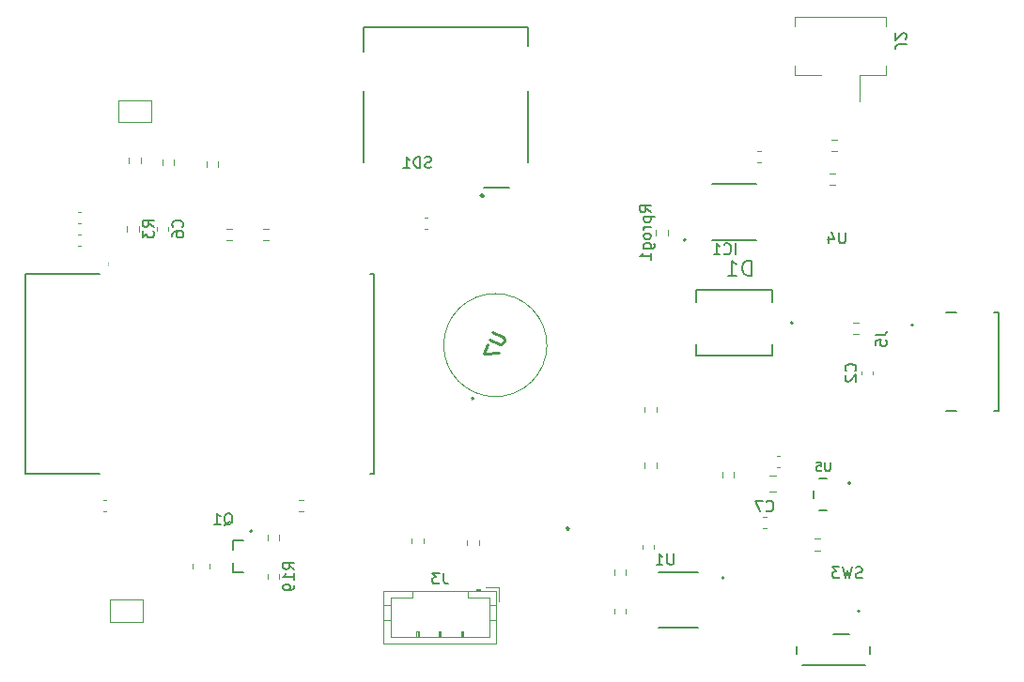
<source format=gbr>
%TF.GenerationSoftware,KiCad,Pcbnew,8.0.7*%
%TF.CreationDate,2025-04-23T11:54:05+05:30*%
%TF.ProjectId,schem,73636865-6d2e-46b6-9963-61645f706362,rev?*%
%TF.SameCoordinates,Original*%
%TF.FileFunction,Legend,Bot*%
%TF.FilePolarity,Positive*%
%FSLAX46Y46*%
G04 Gerber Fmt 4.6, Leading zero omitted, Abs format (unit mm)*
G04 Created by KiCad (PCBNEW 8.0.7) date 2025-04-23 11:54:05*
%MOMM*%
%LPD*%
G01*
G04 APERTURE LIST*
%ADD10C,0.150000*%
%ADD11C,0.254000*%
%ADD12C,0.203200*%
%ADD13C,0.200000*%
%ADD14C,0.127000*%
%ADD15C,0.100000*%
%ADD16C,0.120000*%
G04 APERTURE END LIST*
D10*
X128725704Y-92461800D02*
X128582847Y-92509419D01*
X128582847Y-92509419D02*
X128344752Y-92509419D01*
X128344752Y-92509419D02*
X128249514Y-92461800D01*
X128249514Y-92461800D02*
X128201895Y-92414180D01*
X128201895Y-92414180D02*
X128154276Y-92318942D01*
X128154276Y-92318942D02*
X128154276Y-92223704D01*
X128154276Y-92223704D02*
X128201895Y-92128466D01*
X128201895Y-92128466D02*
X128249514Y-92080847D01*
X128249514Y-92080847D02*
X128344752Y-92033228D01*
X128344752Y-92033228D02*
X128535228Y-91985609D01*
X128535228Y-91985609D02*
X128630466Y-91937990D01*
X128630466Y-91937990D02*
X128678085Y-91890371D01*
X128678085Y-91890371D02*
X128725704Y-91795133D01*
X128725704Y-91795133D02*
X128725704Y-91699895D01*
X128725704Y-91699895D02*
X128678085Y-91604657D01*
X128678085Y-91604657D02*
X128630466Y-91557038D01*
X128630466Y-91557038D02*
X128535228Y-91509419D01*
X128535228Y-91509419D02*
X128297133Y-91509419D01*
X128297133Y-91509419D02*
X128154276Y-91557038D01*
X127725704Y-92509419D02*
X127725704Y-91509419D01*
X127725704Y-91509419D02*
X127487609Y-91509419D01*
X127487609Y-91509419D02*
X127344752Y-91557038D01*
X127344752Y-91557038D02*
X127249514Y-91652276D01*
X127249514Y-91652276D02*
X127201895Y-91747514D01*
X127201895Y-91747514D02*
X127154276Y-91937990D01*
X127154276Y-91937990D02*
X127154276Y-92080847D01*
X127154276Y-92080847D02*
X127201895Y-92271323D01*
X127201895Y-92271323D02*
X127249514Y-92366561D01*
X127249514Y-92366561D02*
X127344752Y-92461800D01*
X127344752Y-92461800D02*
X127487609Y-92509419D01*
X127487609Y-92509419D02*
X127725704Y-92509419D01*
X126201895Y-92509419D02*
X126773323Y-92509419D01*
X126487609Y-92509419D02*
X126487609Y-91509419D01*
X126487609Y-91509419D02*
X126582847Y-91652276D01*
X126582847Y-91652276D02*
X126678085Y-91747514D01*
X126678085Y-91747514D02*
X126773323Y-91795133D01*
X168792317Y-107591665D02*
X169506602Y-107591665D01*
X169506602Y-107591665D02*
X169649459Y-107544046D01*
X169649459Y-107544046D02*
X169744698Y-107448808D01*
X169744698Y-107448808D02*
X169792317Y-107305951D01*
X169792317Y-107305951D02*
X169792317Y-107210713D01*
X168792317Y-108544046D02*
X168792317Y-108067856D01*
X168792317Y-108067856D02*
X169268507Y-108020237D01*
X169268507Y-108020237D02*
X169220888Y-108067856D01*
X169220888Y-108067856D02*
X169173269Y-108163094D01*
X169173269Y-108163094D02*
X169173269Y-108401189D01*
X169173269Y-108401189D02*
X169220888Y-108496427D01*
X169220888Y-108496427D02*
X169268507Y-108544046D01*
X169268507Y-108544046D02*
X169363745Y-108591665D01*
X169363745Y-108591665D02*
X169601840Y-108591665D01*
X169601840Y-108591665D02*
X169697078Y-108544046D01*
X169697078Y-108544046D02*
X169744698Y-108496427D01*
X169744698Y-108496427D02*
X169792317Y-108401189D01*
X169792317Y-108401189D02*
X169792317Y-108163094D01*
X169792317Y-108163094D02*
X169744698Y-108067856D01*
X169744698Y-108067856D02*
X169697078Y-108020237D01*
X167558332Y-129482200D02*
X167415475Y-129529819D01*
X167415475Y-129529819D02*
X167177380Y-129529819D01*
X167177380Y-129529819D02*
X167082142Y-129482200D01*
X167082142Y-129482200D02*
X167034523Y-129434580D01*
X167034523Y-129434580D02*
X166986904Y-129339342D01*
X166986904Y-129339342D02*
X166986904Y-129244104D01*
X166986904Y-129244104D02*
X167034523Y-129148866D01*
X167034523Y-129148866D02*
X167082142Y-129101247D01*
X167082142Y-129101247D02*
X167177380Y-129053628D01*
X167177380Y-129053628D02*
X167367856Y-129006009D01*
X167367856Y-129006009D02*
X167463094Y-128958390D01*
X167463094Y-128958390D02*
X167510713Y-128910771D01*
X167510713Y-128910771D02*
X167558332Y-128815533D01*
X167558332Y-128815533D02*
X167558332Y-128720295D01*
X167558332Y-128720295D02*
X167510713Y-128625057D01*
X167510713Y-128625057D02*
X167463094Y-128577438D01*
X167463094Y-128577438D02*
X167367856Y-128529819D01*
X167367856Y-128529819D02*
X167129761Y-128529819D01*
X167129761Y-128529819D02*
X166986904Y-128577438D01*
X166653570Y-128529819D02*
X166415475Y-129529819D01*
X166415475Y-129529819D02*
X166224999Y-128815533D01*
X166224999Y-128815533D02*
X166034523Y-129529819D01*
X166034523Y-129529819D02*
X165796428Y-128529819D01*
X165510713Y-128529819D02*
X164891666Y-128529819D01*
X164891666Y-128529819D02*
X165224999Y-128910771D01*
X165224999Y-128910771D02*
X165082142Y-128910771D01*
X165082142Y-128910771D02*
X164986904Y-128958390D01*
X164986904Y-128958390D02*
X164939285Y-129006009D01*
X164939285Y-129006009D02*
X164891666Y-129101247D01*
X164891666Y-129101247D02*
X164891666Y-129339342D01*
X164891666Y-129339342D02*
X164939285Y-129434580D01*
X164939285Y-129434580D02*
X164986904Y-129482200D01*
X164986904Y-129482200D02*
X165082142Y-129529819D01*
X165082142Y-129529819D02*
X165367856Y-129529819D01*
X165367856Y-129529819D02*
X165463094Y-129482200D01*
X165463094Y-129482200D02*
X165510713Y-129434580D01*
X164669523Y-119054295D02*
X164669523Y-119701914D01*
X164669523Y-119701914D02*
X164631428Y-119778104D01*
X164631428Y-119778104D02*
X164593333Y-119816200D01*
X164593333Y-119816200D02*
X164517142Y-119854295D01*
X164517142Y-119854295D02*
X164364761Y-119854295D01*
X164364761Y-119854295D02*
X164288571Y-119816200D01*
X164288571Y-119816200D02*
X164250476Y-119778104D01*
X164250476Y-119778104D02*
X164212380Y-119701914D01*
X164212380Y-119701914D02*
X164212380Y-119054295D01*
X163450476Y-119054295D02*
X163831428Y-119054295D01*
X163831428Y-119054295D02*
X163869524Y-119435247D01*
X163869524Y-119435247D02*
X163831428Y-119397152D01*
X163831428Y-119397152D02*
X163755238Y-119359057D01*
X163755238Y-119359057D02*
X163564762Y-119359057D01*
X163564762Y-119359057D02*
X163488571Y-119397152D01*
X163488571Y-119397152D02*
X163450476Y-119435247D01*
X163450476Y-119435247D02*
X163412381Y-119511438D01*
X163412381Y-119511438D02*
X163412381Y-119701914D01*
X163412381Y-119701914D02*
X163450476Y-119778104D01*
X163450476Y-119778104D02*
X163488571Y-119816200D01*
X163488571Y-119816200D02*
X163564762Y-119854295D01*
X163564762Y-119854295D02*
X163755238Y-119854295D01*
X163755238Y-119854295D02*
X163831428Y-119816200D01*
X163831428Y-119816200D02*
X163869524Y-119778104D01*
X171550915Y-81323767D02*
X170836738Y-81336233D01*
X170836738Y-81336233D02*
X170694734Y-81386338D01*
X170694734Y-81386338D02*
X170601172Y-81483224D01*
X170601172Y-81483224D02*
X170556054Y-81626891D01*
X170556054Y-81626891D02*
X170557716Y-81722114D01*
X171448212Y-80896923D02*
X171494992Y-80848480D01*
X171494992Y-80848480D02*
X171540942Y-80752426D01*
X171540942Y-80752426D02*
X171536787Y-80514367D01*
X171536787Y-80514367D02*
X171487513Y-80419974D01*
X171487513Y-80419974D02*
X171439070Y-80373193D01*
X171439070Y-80373193D02*
X171343015Y-80327244D01*
X171343015Y-80327244D02*
X171247792Y-80328906D01*
X171247792Y-80328906D02*
X171105787Y-80379011D01*
X171105787Y-80379011D02*
X170544419Y-80960325D01*
X170544419Y-80960325D02*
X170533615Y-80341372D01*
D11*
X134237730Y-107337503D02*
X135184097Y-107739212D01*
X135184097Y-107739212D02*
X135271804Y-107842140D01*
X135271804Y-107842140D02*
X135303843Y-107921439D01*
X135303843Y-107921439D02*
X135312251Y-108056406D01*
X135312251Y-108056406D02*
X135217732Y-108279080D01*
X135217732Y-108279080D02*
X135114803Y-108366788D01*
X135114803Y-108366788D02*
X135035505Y-108398827D01*
X135035505Y-108398827D02*
X134900537Y-108407235D01*
X134900537Y-108407235D02*
X133954171Y-108005526D01*
X133765131Y-108450875D02*
X133434312Y-109230236D01*
X133434312Y-109230236D02*
X134816023Y-109225447D01*
D10*
X150586904Y-127319819D02*
X150586904Y-128129342D01*
X150586904Y-128129342D02*
X150539285Y-128224580D01*
X150539285Y-128224580D02*
X150491666Y-128272200D01*
X150491666Y-128272200D02*
X150396428Y-128319819D01*
X150396428Y-128319819D02*
X150205952Y-128319819D01*
X150205952Y-128319819D02*
X150110714Y-128272200D01*
X150110714Y-128272200D02*
X150063095Y-128224580D01*
X150063095Y-128224580D02*
X150015476Y-128129342D01*
X150015476Y-128129342D02*
X150015476Y-127319819D01*
X149015476Y-128319819D02*
X149586904Y-128319819D01*
X149301190Y-128319819D02*
X149301190Y-127319819D01*
X149301190Y-127319819D02*
X149396428Y-127462676D01*
X149396428Y-127462676D02*
X149491666Y-127557914D01*
X149491666Y-127557914D02*
X149586904Y-127605533D01*
X158941666Y-123429580D02*
X158989285Y-123477200D01*
X158989285Y-123477200D02*
X159132142Y-123524819D01*
X159132142Y-123524819D02*
X159227380Y-123524819D01*
X159227380Y-123524819D02*
X159370237Y-123477200D01*
X159370237Y-123477200D02*
X159465475Y-123381961D01*
X159465475Y-123381961D02*
X159513094Y-123286723D01*
X159513094Y-123286723D02*
X159560713Y-123096247D01*
X159560713Y-123096247D02*
X159560713Y-122953390D01*
X159560713Y-122953390D02*
X159513094Y-122762914D01*
X159513094Y-122762914D02*
X159465475Y-122667676D01*
X159465475Y-122667676D02*
X159370237Y-122572438D01*
X159370237Y-122572438D02*
X159227380Y-122524819D01*
X159227380Y-122524819D02*
X159132142Y-122524819D01*
X159132142Y-122524819D02*
X158989285Y-122572438D01*
X158989285Y-122572438D02*
X158941666Y-122620057D01*
X158608332Y-122524819D02*
X157941666Y-122524819D01*
X157941666Y-122524819D02*
X158370237Y-123524819D01*
X166929582Y-110833327D02*
X166977202Y-110785708D01*
X166977202Y-110785708D02*
X167024821Y-110642851D01*
X167024821Y-110642851D02*
X167024821Y-110547613D01*
X167024821Y-110547613D02*
X166977202Y-110404756D01*
X166977202Y-110404756D02*
X166881963Y-110309518D01*
X166881963Y-110309518D02*
X166786725Y-110261899D01*
X166786725Y-110261899D02*
X166596249Y-110214280D01*
X166596249Y-110214280D02*
X166453392Y-110214280D01*
X166453392Y-110214280D02*
X166262916Y-110261899D01*
X166262916Y-110261899D02*
X166167678Y-110309518D01*
X166167678Y-110309518D02*
X166072440Y-110404756D01*
X166072440Y-110404756D02*
X166024821Y-110547613D01*
X166024821Y-110547613D02*
X166024821Y-110642851D01*
X166024821Y-110642851D02*
X166072440Y-110785708D01*
X166072440Y-110785708D02*
X166120059Y-110833327D01*
X166120059Y-111214280D02*
X166072440Y-111261899D01*
X166072440Y-111261899D02*
X166024821Y-111357137D01*
X166024821Y-111357137D02*
X166024821Y-111595232D01*
X166024821Y-111595232D02*
X166072440Y-111690470D01*
X166072440Y-111690470D02*
X166120059Y-111738089D01*
X166120059Y-111738089D02*
X166215297Y-111785708D01*
X166215297Y-111785708D02*
X166310535Y-111785708D01*
X166310535Y-111785708D02*
X166453392Y-111738089D01*
X166453392Y-111738089D02*
X167024821Y-111166661D01*
X167024821Y-111166661D02*
X167024821Y-111785708D01*
X156181192Y-100316812D02*
X156181192Y-99316812D01*
X155133574Y-100221573D02*
X155181193Y-100269193D01*
X155181193Y-100269193D02*
X155324050Y-100316812D01*
X155324050Y-100316812D02*
X155419288Y-100316812D01*
X155419288Y-100316812D02*
X155562145Y-100269193D01*
X155562145Y-100269193D02*
X155657383Y-100173954D01*
X155657383Y-100173954D02*
X155705002Y-100078716D01*
X155705002Y-100078716D02*
X155752621Y-99888240D01*
X155752621Y-99888240D02*
X155752621Y-99745383D01*
X155752621Y-99745383D02*
X155705002Y-99554907D01*
X155705002Y-99554907D02*
X155657383Y-99459669D01*
X155657383Y-99459669D02*
X155562145Y-99364431D01*
X155562145Y-99364431D02*
X155419288Y-99316812D01*
X155419288Y-99316812D02*
X155324050Y-99316812D01*
X155324050Y-99316812D02*
X155181193Y-99364431D01*
X155181193Y-99364431D02*
X155133574Y-99412050D01*
X154181193Y-100316812D02*
X154752621Y-100316812D01*
X154466907Y-100316812D02*
X154466907Y-99316812D01*
X154466907Y-99316812D02*
X154562145Y-99459669D01*
X154562145Y-99459669D02*
X154657383Y-99554907D01*
X154657383Y-99554907D02*
X154752621Y-99602526D01*
X110070238Y-124765057D02*
X110165476Y-124717438D01*
X110165476Y-124717438D02*
X110260714Y-124622200D01*
X110260714Y-124622200D02*
X110403571Y-124479342D01*
X110403571Y-124479342D02*
X110498809Y-124431723D01*
X110498809Y-124431723D02*
X110594047Y-124431723D01*
X110546428Y-124669819D02*
X110641666Y-124622200D01*
X110641666Y-124622200D02*
X110736904Y-124526961D01*
X110736904Y-124526961D02*
X110784523Y-124336485D01*
X110784523Y-124336485D02*
X110784523Y-124003152D01*
X110784523Y-124003152D02*
X110736904Y-123812676D01*
X110736904Y-123812676D02*
X110641666Y-123717438D01*
X110641666Y-123717438D02*
X110546428Y-123669819D01*
X110546428Y-123669819D02*
X110355952Y-123669819D01*
X110355952Y-123669819D02*
X110260714Y-123717438D01*
X110260714Y-123717438D02*
X110165476Y-123812676D01*
X110165476Y-123812676D02*
X110117857Y-124003152D01*
X110117857Y-124003152D02*
X110117857Y-124336485D01*
X110117857Y-124336485D02*
X110165476Y-124526961D01*
X110165476Y-124526961D02*
X110260714Y-124622200D01*
X110260714Y-124622200D02*
X110355952Y-124669819D01*
X110355952Y-124669819D02*
X110546428Y-124669819D01*
X109165476Y-124669819D02*
X109736904Y-124669819D01*
X109451190Y-124669819D02*
X109451190Y-123669819D01*
X109451190Y-123669819D02*
X109546428Y-123812676D01*
X109546428Y-123812676D02*
X109641666Y-123907914D01*
X109641666Y-123907914D02*
X109736904Y-123955533D01*
X116384817Y-128732136D02*
X115908626Y-128398803D01*
X116384817Y-128160708D02*
X115384817Y-128160708D01*
X115384817Y-128160708D02*
X115384817Y-128541660D01*
X115384817Y-128541660D02*
X115432436Y-128636898D01*
X115432436Y-128636898D02*
X115480055Y-128684517D01*
X115480055Y-128684517D02*
X115575293Y-128732136D01*
X115575293Y-128732136D02*
X115718150Y-128732136D01*
X115718150Y-128732136D02*
X115813388Y-128684517D01*
X115813388Y-128684517D02*
X115861007Y-128636898D01*
X115861007Y-128636898D02*
X115908626Y-128541660D01*
X115908626Y-128541660D02*
X115908626Y-128160708D01*
X116384817Y-129684517D02*
X116384817Y-129113089D01*
X116384817Y-129398803D02*
X115384817Y-129398803D01*
X115384817Y-129398803D02*
X115527674Y-129303565D01*
X115527674Y-129303565D02*
X115622912Y-129208327D01*
X115622912Y-129208327D02*
X115670531Y-129113089D01*
X116384817Y-130160708D02*
X116384817Y-130351184D01*
X116384817Y-130351184D02*
X116337198Y-130446422D01*
X116337198Y-130446422D02*
X116289578Y-130494041D01*
X116289578Y-130494041D02*
X116146721Y-130589279D01*
X116146721Y-130589279D02*
X115956245Y-130636898D01*
X115956245Y-130636898D02*
X115575293Y-130636898D01*
X115575293Y-130636898D02*
X115480055Y-130589279D01*
X115480055Y-130589279D02*
X115432436Y-130541660D01*
X115432436Y-130541660D02*
X115384817Y-130446422D01*
X115384817Y-130446422D02*
X115384817Y-130255946D01*
X115384817Y-130255946D02*
X115432436Y-130160708D01*
X115432436Y-130160708D02*
X115480055Y-130113089D01*
X115480055Y-130113089D02*
X115575293Y-130065470D01*
X115575293Y-130065470D02*
X115813388Y-130065470D01*
X115813388Y-130065470D02*
X115908626Y-130113089D01*
X115908626Y-130113089D02*
X115956245Y-130160708D01*
X115956245Y-130160708D02*
X116003864Y-130255946D01*
X116003864Y-130255946D02*
X116003864Y-130446422D01*
X116003864Y-130446422D02*
X115956245Y-130541660D01*
X115956245Y-130541660D02*
X115908626Y-130589279D01*
X115908626Y-130589279D02*
X115813388Y-130636898D01*
X148524821Y-96491660D02*
X148048630Y-96158327D01*
X148524821Y-95920232D02*
X147524821Y-95920232D01*
X147524821Y-95920232D02*
X147524821Y-96301184D01*
X147524821Y-96301184D02*
X147572440Y-96396422D01*
X147572440Y-96396422D02*
X147620059Y-96444041D01*
X147620059Y-96444041D02*
X147715297Y-96491660D01*
X147715297Y-96491660D02*
X147858154Y-96491660D01*
X147858154Y-96491660D02*
X147953392Y-96444041D01*
X147953392Y-96444041D02*
X148001011Y-96396422D01*
X148001011Y-96396422D02*
X148048630Y-96301184D01*
X148048630Y-96301184D02*
X148048630Y-95920232D01*
X147858154Y-96920232D02*
X148858154Y-96920232D01*
X147905773Y-96920232D02*
X147858154Y-97015470D01*
X147858154Y-97015470D02*
X147858154Y-97205946D01*
X147858154Y-97205946D02*
X147905773Y-97301184D01*
X147905773Y-97301184D02*
X147953392Y-97348803D01*
X147953392Y-97348803D02*
X148048630Y-97396422D01*
X148048630Y-97396422D02*
X148334344Y-97396422D01*
X148334344Y-97396422D02*
X148429582Y-97348803D01*
X148429582Y-97348803D02*
X148477202Y-97301184D01*
X148477202Y-97301184D02*
X148524821Y-97205946D01*
X148524821Y-97205946D02*
X148524821Y-97015470D01*
X148524821Y-97015470D02*
X148477202Y-96920232D01*
X148524821Y-97824994D02*
X147858154Y-97824994D01*
X148048630Y-97824994D02*
X147953392Y-97872613D01*
X147953392Y-97872613D02*
X147905773Y-97920232D01*
X147905773Y-97920232D02*
X147858154Y-98015470D01*
X147858154Y-98015470D02*
X147858154Y-98110708D01*
X148524821Y-98586899D02*
X148477202Y-98491661D01*
X148477202Y-98491661D02*
X148429582Y-98444042D01*
X148429582Y-98444042D02*
X148334344Y-98396423D01*
X148334344Y-98396423D02*
X148048630Y-98396423D01*
X148048630Y-98396423D02*
X147953392Y-98444042D01*
X147953392Y-98444042D02*
X147905773Y-98491661D01*
X147905773Y-98491661D02*
X147858154Y-98586899D01*
X147858154Y-98586899D02*
X147858154Y-98729756D01*
X147858154Y-98729756D02*
X147905773Y-98824994D01*
X147905773Y-98824994D02*
X147953392Y-98872613D01*
X147953392Y-98872613D02*
X148048630Y-98920232D01*
X148048630Y-98920232D02*
X148334344Y-98920232D01*
X148334344Y-98920232D02*
X148429582Y-98872613D01*
X148429582Y-98872613D02*
X148477202Y-98824994D01*
X148477202Y-98824994D02*
X148524821Y-98729756D01*
X148524821Y-98729756D02*
X148524821Y-98586899D01*
X147858154Y-99777375D02*
X148667678Y-99777375D01*
X148667678Y-99777375D02*
X148762916Y-99729756D01*
X148762916Y-99729756D02*
X148810535Y-99682137D01*
X148810535Y-99682137D02*
X148858154Y-99586899D01*
X148858154Y-99586899D02*
X148858154Y-99444042D01*
X148858154Y-99444042D02*
X148810535Y-99348804D01*
X148477202Y-99777375D02*
X148524821Y-99682137D01*
X148524821Y-99682137D02*
X148524821Y-99491661D01*
X148524821Y-99491661D02*
X148477202Y-99396423D01*
X148477202Y-99396423D02*
X148429582Y-99348804D01*
X148429582Y-99348804D02*
X148334344Y-99301185D01*
X148334344Y-99301185D02*
X148048630Y-99301185D01*
X148048630Y-99301185D02*
X147953392Y-99348804D01*
X147953392Y-99348804D02*
X147905773Y-99396423D01*
X147905773Y-99396423D02*
X147858154Y-99491661D01*
X147858154Y-99491661D02*
X147858154Y-99682137D01*
X147858154Y-99682137D02*
X147905773Y-99777375D01*
X148524821Y-100777375D02*
X148524821Y-100205947D01*
X148524821Y-100491661D02*
X147524821Y-100491661D01*
X147524821Y-100491661D02*
X147667678Y-100396423D01*
X147667678Y-100396423D02*
X147762916Y-100301185D01*
X147762916Y-100301185D02*
X147810535Y-100205947D01*
X106289578Y-97833327D02*
X106337198Y-97785708D01*
X106337198Y-97785708D02*
X106384817Y-97642851D01*
X106384817Y-97642851D02*
X106384817Y-97547613D01*
X106384817Y-97547613D02*
X106337198Y-97404756D01*
X106337198Y-97404756D02*
X106241959Y-97309518D01*
X106241959Y-97309518D02*
X106146721Y-97261899D01*
X106146721Y-97261899D02*
X105956245Y-97214280D01*
X105956245Y-97214280D02*
X105813388Y-97214280D01*
X105813388Y-97214280D02*
X105622912Y-97261899D01*
X105622912Y-97261899D02*
X105527674Y-97309518D01*
X105527674Y-97309518D02*
X105432436Y-97404756D01*
X105432436Y-97404756D02*
X105384817Y-97547613D01*
X105384817Y-97547613D02*
X105384817Y-97642851D01*
X105384817Y-97642851D02*
X105432436Y-97785708D01*
X105432436Y-97785708D02*
X105480055Y-97833327D01*
X105384817Y-98690470D02*
X105384817Y-98499994D01*
X105384817Y-98499994D02*
X105432436Y-98404756D01*
X105432436Y-98404756D02*
X105480055Y-98357137D01*
X105480055Y-98357137D02*
X105622912Y-98261899D01*
X105622912Y-98261899D02*
X105813388Y-98214280D01*
X105813388Y-98214280D02*
X106194340Y-98214280D01*
X106194340Y-98214280D02*
X106289578Y-98261899D01*
X106289578Y-98261899D02*
X106337198Y-98309518D01*
X106337198Y-98309518D02*
X106384817Y-98404756D01*
X106384817Y-98404756D02*
X106384817Y-98595232D01*
X106384817Y-98595232D02*
X106337198Y-98690470D01*
X106337198Y-98690470D02*
X106289578Y-98738089D01*
X106289578Y-98738089D02*
X106194340Y-98785708D01*
X106194340Y-98785708D02*
X105956245Y-98785708D01*
X105956245Y-98785708D02*
X105861007Y-98738089D01*
X105861007Y-98738089D02*
X105813388Y-98690470D01*
X105813388Y-98690470D02*
X105765769Y-98595232D01*
X105765769Y-98595232D02*
X105765769Y-98404756D01*
X105765769Y-98404756D02*
X105813388Y-98309518D01*
X105813388Y-98309518D02*
X105861007Y-98261899D01*
X105861007Y-98261899D02*
X105956245Y-98214280D01*
X166041904Y-98314819D02*
X166041904Y-99124342D01*
X166041904Y-99124342D02*
X165994285Y-99219580D01*
X165994285Y-99219580D02*
X165946666Y-99267200D01*
X165946666Y-99267200D02*
X165851428Y-99314819D01*
X165851428Y-99314819D02*
X165660952Y-99314819D01*
X165660952Y-99314819D02*
X165565714Y-99267200D01*
X165565714Y-99267200D02*
X165518095Y-99219580D01*
X165518095Y-99219580D02*
X165470476Y-99124342D01*
X165470476Y-99124342D02*
X165470476Y-98314819D01*
X164565714Y-98648152D02*
X164565714Y-99314819D01*
X164803809Y-98267200D02*
X165041904Y-98981485D01*
X165041904Y-98981485D02*
X164422857Y-98981485D01*
X103718517Y-97833427D02*
X103242326Y-97500094D01*
X103718517Y-97261999D02*
X102718517Y-97261999D01*
X102718517Y-97261999D02*
X102718517Y-97642951D01*
X102718517Y-97642951D02*
X102766136Y-97738189D01*
X102766136Y-97738189D02*
X102813755Y-97785808D01*
X102813755Y-97785808D02*
X102908993Y-97833427D01*
X102908993Y-97833427D02*
X103051850Y-97833427D01*
X103051850Y-97833427D02*
X103147088Y-97785808D01*
X103147088Y-97785808D02*
X103194707Y-97738189D01*
X103194707Y-97738189D02*
X103242326Y-97642951D01*
X103242326Y-97642951D02*
X103242326Y-97261999D01*
X102718517Y-98166761D02*
X102718517Y-98785808D01*
X102718517Y-98785808D02*
X103099469Y-98452475D01*
X103099469Y-98452475D02*
X103099469Y-98595332D01*
X103099469Y-98595332D02*
X103147088Y-98690570D01*
X103147088Y-98690570D02*
X103194707Y-98738189D01*
X103194707Y-98738189D02*
X103289945Y-98785808D01*
X103289945Y-98785808D02*
X103528040Y-98785808D01*
X103528040Y-98785808D02*
X103623278Y-98738189D01*
X103623278Y-98738189D02*
X103670898Y-98690570D01*
X103670898Y-98690570D02*
X103718517Y-98595332D01*
X103718517Y-98595332D02*
X103718517Y-98309618D01*
X103718517Y-98309618D02*
X103670898Y-98214380D01*
X103670898Y-98214380D02*
X103623278Y-98166761D01*
X157588332Y-102250866D02*
X157588332Y-100850866D01*
X157588332Y-100850866D02*
X157254999Y-100850866D01*
X157254999Y-100850866D02*
X157054999Y-100917533D01*
X157054999Y-100917533D02*
X156921666Y-101050866D01*
X156921666Y-101050866D02*
X156854999Y-101184200D01*
X156854999Y-101184200D02*
X156788332Y-101450866D01*
X156788332Y-101450866D02*
X156788332Y-101650866D01*
X156788332Y-101650866D02*
X156854999Y-101917533D01*
X156854999Y-101917533D02*
X156921666Y-102050866D01*
X156921666Y-102050866D02*
X157054999Y-102184200D01*
X157054999Y-102184200D02*
X157254999Y-102250866D01*
X157254999Y-102250866D02*
X157588332Y-102250866D01*
X155454999Y-102250866D02*
X156254999Y-102250866D01*
X155854999Y-102250866D02*
X155854999Y-100850866D01*
X155854999Y-100850866D02*
X155988332Y-101050866D01*
X155988332Y-101050866D02*
X156121666Y-101184200D01*
X156121666Y-101184200D02*
X156254999Y-101250866D01*
X129833333Y-129054819D02*
X129833333Y-129769104D01*
X129833333Y-129769104D02*
X129880952Y-129911961D01*
X129880952Y-129911961D02*
X129976190Y-130007200D01*
X129976190Y-130007200D02*
X130119047Y-130054819D01*
X130119047Y-130054819D02*
X130214285Y-130054819D01*
X129452380Y-129054819D02*
X128833333Y-129054819D01*
X128833333Y-129054819D02*
X129166666Y-129435771D01*
X129166666Y-129435771D02*
X129023809Y-129435771D01*
X129023809Y-129435771D02*
X128928571Y-129483390D01*
X128928571Y-129483390D02*
X128880952Y-129531009D01*
X128880952Y-129531009D02*
X128833333Y-129626247D01*
X128833333Y-129626247D02*
X128833333Y-129864342D01*
X128833333Y-129864342D02*
X128880952Y-129959580D01*
X128880952Y-129959580D02*
X128928571Y-130007200D01*
X128928571Y-130007200D02*
X129023809Y-130054819D01*
X129023809Y-130054819D02*
X129309523Y-130054819D01*
X129309523Y-130054819D02*
X129404761Y-130007200D01*
X129404761Y-130007200D02*
X129452380Y-129959580D01*
D12*
%TO.C,SD1*%
X122603800Y-85530600D02*
X122603800Y-92030600D01*
X122604780Y-79780600D02*
X122603800Y-82030600D01*
X137402820Y-79767900D02*
X122604780Y-79780600D01*
X135741800Y-94280600D02*
X133503800Y-94280600D01*
X137403800Y-81530600D02*
X137402820Y-79767900D01*
X137403800Y-92030600D02*
X137403800Y-85530600D01*
D11*
X133426450Y-95015090D02*
G75*
G02*
X133172450Y-95015090I-127000J0D01*
G01*
X133172450Y-95015090D02*
G75*
G02*
X133426450Y-95015090I127000J0D01*
G01*
D13*
%TO.C,J5*%
X172162488Y-106700001D02*
G75*
G02*
X171962502Y-106700001I-99993J0D01*
G01*
X171962502Y-106700001D02*
G75*
G02*
X172162488Y-106700001I99993J0D01*
G01*
X179462503Y-114470001D02*
X179862498Y-114470004D01*
X176062501Y-114469995D02*
X175162499Y-114470003D01*
X179862498Y-114470004D02*
X179862494Y-105530001D01*
X179862494Y-105530001D02*
X179462495Y-105530005D01*
X176062493Y-105529999D02*
X175162493Y-105530003D01*
%TO.C,SW3*%
X167350000Y-132500000D02*
G75*
G02*
X167150000Y-132500000I-100000J0D01*
G01*
X167150000Y-132500000D02*
G75*
G02*
X167350000Y-132500000I100000J0D01*
G01*
D14*
X161700000Y-136350000D02*
X161700000Y-135650000D01*
X165000000Y-134625000D02*
X166400000Y-134625000D01*
X162170000Y-137375000D02*
X167830000Y-137375000D01*
X168300000Y-136350000D02*
X168300000Y-135650000D01*
%TO.C,U2*%
X141010000Y-125150000D02*
X141010000Y-125050000D01*
X141110000Y-125150000D02*
X141010000Y-125150000D01*
D12*
X141151400Y-125050000D02*
G75*
G02*
X140868600Y-125050000I-141400J0D01*
G01*
X140868600Y-125050000D02*
G75*
G02*
X141151400Y-125050000I141400J0D01*
G01*
D13*
%TO.C,U6*%
X92160000Y-102100000D02*
X98860000Y-102100000D01*
X92160000Y-120100000D02*
X92160000Y-102100000D01*
X98860000Y-120100000D02*
X92160000Y-120100000D01*
D15*
X99600000Y-101100000D02*
X99600000Y-101100000D01*
X99600000Y-101200000D02*
X99600000Y-101200000D01*
D13*
X123260000Y-102100000D02*
X123560000Y-102100000D01*
X123560000Y-102100000D02*
X123560000Y-120100000D01*
X123560000Y-120100000D02*
X123260000Y-120100000D01*
D15*
X99600000Y-101100000D02*
G75*
G02*
X99600000Y-101200000I0J-50000D01*
G01*
X99600000Y-101200000D02*
G75*
G02*
X99600000Y-101100000I0J50000D01*
G01*
D16*
%TO.C,R15*%
X147977500Y-114087742D02*
X147977500Y-114562258D01*
X149022500Y-114087742D02*
X149022500Y-114562258D01*
%TO.C,R17*%
X104477500Y-91762742D02*
X104477500Y-92237258D01*
X105522500Y-91762742D02*
X105522500Y-92237258D01*
D14*
%TO.C,U5*%
X163200000Y-122335000D02*
X163200000Y-121665000D01*
X163670000Y-120550000D02*
X164330000Y-120550000D01*
X164330000Y-123450000D02*
X163670000Y-123450000D01*
D13*
X166510000Y-120950000D02*
G75*
G02*
X166310000Y-120950000I-100000J0D01*
G01*
X166310000Y-120950000D02*
G75*
G02*
X166510000Y-120950000I100000J0D01*
G01*
D16*
%TO.C,C11*%
X128134420Y-96990000D02*
X128415580Y-96990000D01*
X128134420Y-98010000D02*
X128415580Y-98010000D01*
%TO.C,J2*%
X161515000Y-78890000D02*
X169685000Y-78890000D01*
X161515000Y-79740000D02*
X161515000Y-78890000D01*
X161515000Y-84110000D02*
X161515000Y-83260000D01*
X163840000Y-84110000D02*
X161515000Y-84110000D01*
X167360000Y-84110000D02*
X169685000Y-84110000D01*
X167360000Y-86500000D02*
X167360000Y-84110000D01*
X169685000Y-78890000D02*
X169685000Y-79740000D01*
X169685000Y-84110000D02*
X169685000Y-83260000D01*
%TO.C,R18*%
X113977500Y-125637742D02*
X113977500Y-126112258D01*
X115022500Y-125637742D02*
X115022500Y-126112258D01*
%TO.C,R4*%
X154977500Y-120412258D02*
X154977500Y-119937742D01*
X156022500Y-120412258D02*
X156022500Y-119937742D01*
%TO.C,R9*%
X131977500Y-126562258D02*
X131977500Y-126087742D01*
X133022500Y-126562258D02*
X133022500Y-126087742D01*
D13*
%TO.C,U7*%
X132368368Y-113265988D02*
X132368368Y-113265988D01*
X132552469Y-113344134D02*
X132552469Y-113344134D01*
D15*
X132683135Y-112780373D02*
X132683135Y-112780373D01*
X136316935Y-104219678D02*
X136316935Y-104219678D01*
D13*
X132368368Y-113265988D02*
G75*
G02*
X132552468Y-113344134I92050J-39073D01*
G01*
X132552469Y-113344134D02*
G75*
G02*
X132368367Y-113265988I-92051J39073D01*
G01*
D15*
X132683135Y-112780373D02*
G75*
G02*
X136316935Y-104219678I1816904J4280346D01*
G01*
X136316935Y-104219678D02*
G75*
G02*
X132683135Y-112780373I-1816896J-4280349D01*
G01*
D14*
%TO.C,U1*%
X149220000Y-129000000D02*
X152780000Y-129000000D01*
X152780000Y-134000000D02*
X149220000Y-134000000D01*
D13*
X155100000Y-129500000D02*
G75*
G02*
X154900000Y-129500000I-100000J0D01*
G01*
X154900000Y-129500000D02*
G75*
G02*
X155100000Y-129500000I100000J0D01*
G01*
D16*
%TO.C,C10*%
X158134420Y-90990000D02*
X158415580Y-90990000D01*
X158134420Y-92010000D02*
X158415580Y-92010000D01*
%TO.C,U3*%
X166762742Y-106477500D02*
X167237258Y-106477500D01*
X166762742Y-107522500D02*
X167237258Y-107522500D01*
%TO.C,C9*%
X159859420Y-118490000D02*
X160140580Y-118490000D01*
X159859420Y-119510000D02*
X160140580Y-119510000D01*
%TO.C,C7*%
X158634420Y-123990000D02*
X158915580Y-123990000D01*
X158634420Y-125010000D02*
X158915580Y-125010000D01*
%TO.C,C2*%
X167490000Y-111140580D02*
X167490000Y-110859420D01*
X168510000Y-111140580D02*
X168510000Y-110859420D01*
%TO.C,R7*%
X164812742Y-89977500D02*
X165287258Y-89977500D01*
X164812742Y-91022500D02*
X165287258Y-91022500D01*
D14*
%TO.C,IC1*%
X158000000Y-93950000D02*
X154000000Y-93950000D01*
X158000000Y-99050000D02*
X154000000Y-99050000D01*
D13*
X151655000Y-99005000D02*
G75*
G02*
X151455000Y-99005000I-100000J0D01*
G01*
X151455000Y-99005000D02*
G75*
G02*
X151655000Y-99005000I100000J0D01*
G01*
D16*
%TO.C,R6*%
X117237258Y-122477500D02*
X116762742Y-122477500D01*
X117237258Y-123522500D02*
X116762742Y-123522500D01*
D15*
%TO.C,SW2*%
X100490000Y-86400000D02*
X100490000Y-88400000D01*
X100490000Y-88400000D02*
X103490000Y-88400000D01*
X103490000Y-86400000D02*
X100490000Y-86400000D01*
X103490000Y-88400000D02*
X103490000Y-86400000D01*
D16*
%TO.C,R5*%
X163262742Y-125977500D02*
X163737258Y-125977500D01*
X163262742Y-127022500D02*
X163737258Y-127022500D01*
D14*
%TO.C,Q1*%
X110840000Y-126100000D02*
X110840000Y-126930000D01*
X110840000Y-126100000D02*
X111780000Y-126100000D01*
X110840000Y-128170000D02*
X110840000Y-129000000D01*
X111780000Y-129000000D02*
X110840000Y-129000000D01*
D13*
X112600000Y-125300000D02*
G75*
G02*
X112400000Y-125300000I-100000J0D01*
G01*
X112400000Y-125300000D02*
G75*
G02*
X112600000Y-125300000I100000J0D01*
G01*
D16*
%TO.C,C5*%
X96859420Y-96490000D02*
X97140580Y-96490000D01*
X96859420Y-97510000D02*
X97140580Y-97510000D01*
%TO.C,R14*%
X108477500Y-91937742D02*
X108477500Y-92412258D01*
X109522500Y-91937742D02*
X109522500Y-92412258D01*
%TO.C,R19*%
X113977500Y-129137742D02*
X113977500Y-129612258D01*
X115022500Y-129137742D02*
X115022500Y-129612258D01*
%TO.C,Rprog1*%
X148977500Y-98562258D02*
X148977500Y-98087742D01*
X150022500Y-98562258D02*
X150022500Y-98087742D01*
%TO.C,R2*%
X145227500Y-132262742D02*
X145227500Y-132737258D01*
X146272500Y-132262742D02*
X146272500Y-132737258D01*
%TO.C,R1*%
X145227500Y-129237258D02*
X145227500Y-128762742D01*
X146272500Y-129237258D02*
X146272500Y-128762742D01*
%TO.C,R13*%
X147977500Y-119087742D02*
X147977500Y-119562258D01*
X149022500Y-119087742D02*
X149022500Y-119562258D01*
%TO.C,C6*%
X103990000Y-97859420D02*
X103990000Y-98140580D01*
X105010000Y-97859420D02*
X105010000Y-98140580D01*
%TO.C,R16*%
X101477500Y-91612742D02*
X101477500Y-92087258D01*
X102522500Y-91612742D02*
X102522500Y-92087258D01*
%TO.C,R10*%
X110737258Y-98002500D02*
X110262742Y-98002500D01*
X110737258Y-99047500D02*
X110262742Y-99047500D01*
%TO.C,R3*%
X101311200Y-97762842D02*
X101311200Y-98237358D01*
X102356200Y-97762842D02*
X102356200Y-98237358D01*
D14*
%TO.C,D1*%
X152562500Y-103550000D02*
X152562500Y-104590000D01*
X152562500Y-108410000D02*
X152562500Y-109450000D01*
X152562500Y-109450000D02*
X159437500Y-109450000D01*
X159437500Y-103550000D02*
X152562500Y-103550000D01*
X159437500Y-104590000D02*
X159437500Y-103550000D01*
X159437500Y-109450000D02*
X159437500Y-108410000D01*
D13*
X161300000Y-106500000D02*
G75*
G02*
X161100000Y-106500000I-100000J0D01*
G01*
X161100000Y-106500000D02*
G75*
G02*
X161300000Y-106500000I100000J0D01*
G01*
D16*
%TO.C,R12*%
X126977500Y-126412258D02*
X126977500Y-125937742D01*
X128022500Y-126412258D02*
X128022500Y-125937742D01*
%TO.C,R11*%
X114062258Y-97977500D02*
X113587742Y-97977500D01*
X114062258Y-99022500D02*
X113587742Y-99022500D01*
%TO.C,C3*%
X99134420Y-122490000D02*
X99415580Y-122490000D01*
X99134420Y-123510000D02*
X99415580Y-123510000D01*
%TO.C,C8*%
X159238748Y-120265000D02*
X159761252Y-120265000D01*
X159238748Y-121735000D02*
X159761252Y-121735000D01*
%TO.C,J3*%
X124440000Y-130690000D02*
X124440000Y-135410000D01*
X124440000Y-135410000D02*
X134560000Y-135410000D01*
X125050000Y-131300000D02*
X125050000Y-134800000D01*
X125050000Y-132000000D02*
X124440000Y-132000000D01*
X125050000Y-133300000D02*
X124440000Y-133300000D01*
X125050000Y-134800000D02*
X133950000Y-134800000D01*
X127000000Y-130690000D02*
X127000000Y-131300000D01*
X127000000Y-131300000D02*
X125050000Y-131300000D01*
X127400000Y-134300000D02*
X127600000Y-134300000D01*
X127400000Y-134800000D02*
X127400000Y-134300000D01*
X127500000Y-134300000D02*
X127500000Y-134800000D01*
X127600000Y-134300000D02*
X127600000Y-134800000D01*
X129400000Y-134300000D02*
X129600000Y-134300000D01*
X129400000Y-134800000D02*
X129400000Y-134300000D01*
X129500000Y-134300000D02*
X129500000Y-134800000D01*
X129600000Y-134300000D02*
X129600000Y-134800000D01*
X131400000Y-134300000D02*
X131600000Y-134300000D01*
X131400000Y-134800000D02*
X131400000Y-134300000D01*
X131500000Y-134300000D02*
X131500000Y-134800000D01*
X131600000Y-134300000D02*
X131600000Y-134800000D01*
X132000000Y-131300000D02*
X132000000Y-130690000D01*
X132800000Y-130490000D02*
X132800000Y-130690000D01*
X133100000Y-130490000D02*
X132800000Y-130490000D01*
X133100000Y-130590000D02*
X132800000Y-130590000D01*
X133100000Y-130690000D02*
X133100000Y-130490000D01*
X133950000Y-131300000D02*
X132000000Y-131300000D01*
X133950000Y-132000000D02*
X134560000Y-132000000D01*
X133950000Y-133300000D02*
X134560000Y-133300000D01*
X133950000Y-134800000D02*
X133950000Y-131300000D01*
X134560000Y-130690000D02*
X124440000Y-130690000D01*
X134560000Y-135410000D02*
X134560000Y-130690000D01*
X134860000Y-130390000D02*
X133610000Y-130390000D01*
X134860000Y-131640000D02*
X134860000Y-130390000D01*
%TO.C,C1*%
X147740000Y-126865580D02*
X147740000Y-126584420D01*
X148760000Y-126865580D02*
X148760000Y-126584420D01*
%TO.C,C4*%
X96859420Y-98490000D02*
X97140580Y-98490000D01*
X96859420Y-99510000D02*
X97140580Y-99510000D01*
%TO.C,R20*%
X107255000Y-128235436D02*
X107255000Y-128689564D01*
X108725000Y-128235436D02*
X108725000Y-128689564D01*
D15*
%TO.C,SW1*%
X99770000Y-131480000D02*
X99770000Y-133480000D01*
X99770000Y-133480000D02*
X102770000Y-133480000D01*
X102770000Y-131480000D02*
X99770000Y-131480000D01*
X102770000Y-133480000D02*
X102770000Y-131480000D01*
D16*
%TO.C,R8*%
X164662742Y-92977500D02*
X165137258Y-92977500D01*
X164662742Y-94022500D02*
X165137258Y-94022500D01*
%TD*%
M02*

</source>
